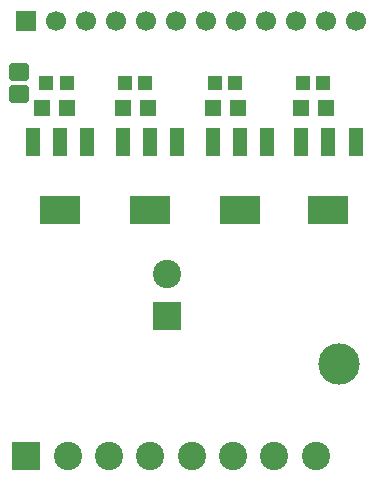
<source format=gbr>
G04 DipTrace 4.0.0.2*
G04 TopMask.gbr*
%MOIN*%
G04 #@! TF.FileFunction,Soldermask,Top*
G04 #@! TF.Part,Single*
%AMOUTLINE1*
4,1,28,
-0.020061,0.029531,
0.020061,0.029531,
0.023349,0.029098,
0.026652,0.027729,
0.029489,0.025552,
0.031666,0.022715,
0.033035,0.019412,
0.033468,0.016124,
0.033468,-0.016124,
0.033035,-0.019412,
0.031666,-0.022715,
0.029489,-0.025552,
0.026652,-0.027729,
0.023349,-0.029098,
0.020061,-0.029531,
-0.020061,-0.029531,
-0.023349,-0.029098,
-0.026652,-0.027729,
-0.029489,-0.025552,
-0.031666,-0.022715,
-0.033035,-0.019412,
-0.033468,-0.016124,
-0.033468,0.016124,
-0.033035,0.019412,
-0.031666,0.022715,
-0.029489,0.025552,
-0.026652,0.027729,
-0.023349,0.029098,
-0.020061,0.029531,
0*%
%ADD32C,0.137795*%
%ADD38R,0.051187X0.04725*%
%ADD40R,0.055124X0.055124*%
%ADD42C,0.066935*%
%ADD44R,0.066935X0.066935*%
%ADD46C,0.094494*%
%ADD48R,0.094494X0.094494*%
%ADD50R,0.135833X0.092526*%
%ADD52R,0.045282X0.092526*%
%ADD60OUTLINE1*%
%FSLAX26Y26*%
G04*
G70*
G90*
G75*
G01*
G04 TopMask*
%LPD*%
D52*
X284301Y1173547D3*
X193749D3*
X103198D3*
D50*
X193749Y945201D3*
D52*
X584301Y1173547D3*
X493749D3*
X403198D3*
D50*
X493749Y945201D3*
D52*
X884301Y1173547D3*
X793749D3*
X703198D3*
D50*
X793749Y945201D3*
D52*
X1178051Y1173547D3*
X1087500D3*
X996949D3*
D50*
X1087500Y945201D3*
D48*
X80807Y125000D3*
D46*
X218602D3*
X356398D3*
X494193D3*
X631988D3*
X769783D3*
X907579D3*
X1045374D3*
D44*
X79916Y1574803D3*
D42*
X179916D3*
X279916D3*
X379916D3*
X479916D3*
X579916D3*
X679916D3*
X779916D3*
X879907D3*
X979907D3*
X1079907D3*
X1179907D3*
D32*
X1122047Y433071D3*
D40*
X133661Y1287500D3*
X216339D3*
X402411D3*
X485088D3*
X702411D3*
X785088D3*
X996161D3*
X1078839D3*
D38*
X214714Y1368749D3*
X147785D3*
X477214Y1368750D3*
X410285Y1368749D3*
X777215Y1368750D3*
X710286Y1368749D3*
X1070965Y1368750D3*
X1004035Y1368749D3*
D48*
X550000Y593455D3*
D46*
Y731251D3*
D60*
X56251Y1406152D3*
Y1331349D3*
M02*

</source>
